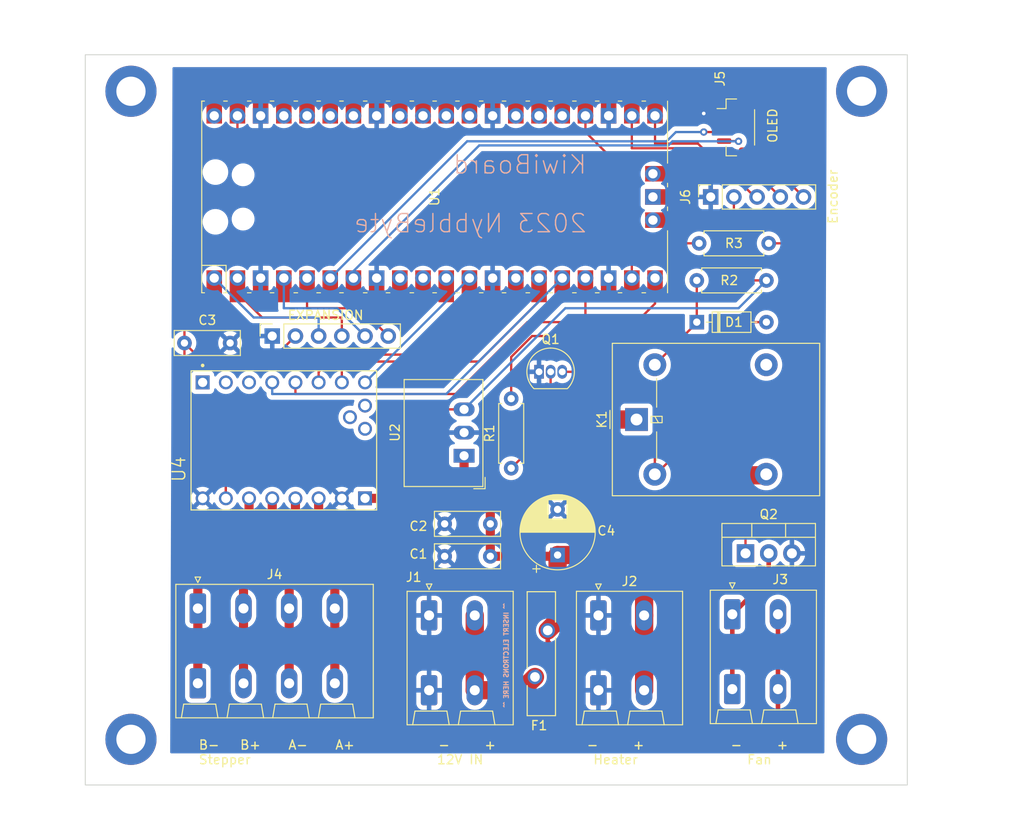
<source format=kicad_pcb>
(kicad_pcb (version 20221018) (generator pcbnew)
  (layers (0 "F.Cu" signal) (31 "B.Cu" signal) (34 "B.Paste" user) (35 "F.Paste" user) (36 "B.SilkS" user "B.Silkscreen") (37 "F.SilkS" user "F.Silkscreen") (38 "B.Mask" user) (39 "F.Mask" user) (44 "Edge.Cuts" user))
  (net 0 "")
  (net 19 "+12V")
  (net 20 "GND")
  (net 21 "Net-(D1-K)")
  (net 22 "Net-(D1-A)")
  (net 23 "HEATER_OUT")
  (net 25 "Net-(Q1-B)")
  (net 26 "Net-(Q2-B)")
  (net 27 "FAN_GND")
  (net 28 "HEATER_CTL")
  (net 29 "+3.3V")
  (net 30 "FAN_CTL")
  (net 31 "A+")
  (net 32 "A-")
  (net 33 "B+")
  (net 34 "B-")
  (net 35 "SDA")
  (net 36 "SLC")
  (net 37 "SCLK")
  (net 38 "MOSI")
  (net 39 "MISO")
  (net 40 "SS")
  (net 46 "MOTOR_EN")
  (net 47 "BTN")
  (net 48 "ENC1")
  (net 49 "ENC2")
  (net 50 "VCC")
  (net 51 "EXT1")
  (net 52 "EXT2")
  (net 53 "EXT3")
  (net 54 "EXT4")
  (footprint "Connector_Phoenix_SPT:PhoenixContact_SPT_2.5_2-H-5.0-EX_1x02_P5.0mm_Horizontal" (layer "F.Cu") (at 78.642 98.4225)
    (fp_text reference "J1" (at -1.68 -4.1885) (layer "F.SilkS"))
    (fp_text value "12V Power")
    (pad "1" thru_hole roundrect (at 0 0) (size 1.8 3.3) (drill 1.1) (layers "*.Cu" "*.Mask") (roundrect_rratio 0.1388888889) (net 20 "GND"))
    (pad "1" thru_hole roundrect (at 0 8.2) (size 1.8 3.3) (drill 1.1) (layers "*.Cu" "*.Mask") (roundrect_rratio 0.1388888889) (net 20 "GND"))
    (pad "2" thru_hole oval (at 5 0) (size 1.8 3.3) (drill 1.1) (layers "*.Cu" "*.Mask") (net 50 "VCC"))
    (pad "2" thru_hole oval (at 5 8.2) (size 1.8 3.3) (drill 1.1) (layers "*.Cu" "*.Mask") (net 50 "VCC"))
  )
  (footprint "Project Footprints:FUSRB510W81L1358T310H1980" (layer "F.Cu") (at 90.932 102.616 90)
    (fp_text reference "F1" (at -7.874 -0.254 180) (layer "F.SilkS") (effects (font (size 1.000803 1.000803))))
    (fp_text value "AGRF1000")
    (pad "1" thru_hole circle (at -2.55 -0.7 90) (size 1.59 1.59) (drill 1.06) (layers "*.Cu" "*.Mask") (net 50 "VCC"))
    (pad "2" thru_hole circle (at 2.55 0.7 90) (size 1.59 1.59) (drill 1.06) (layers "*.Cu" "*.Mask") (net 19 "+12V"))
  )
  (footprint "" (layer "F.Cu") (at 126 41)
    (fp_text reference "" (at 0 0) (layer "F.SilkS") (effects (font (size 1.27 1.27))))
    (fp_text value "" (at 0 0) (layer "F.SilkS") (effects (font (size 1.27 1.27))))
    (pad "1" thru_hole circle (at 0 0) (size 5.6 5.6) (drill 3.2) (layers "*.Cu" "*.Mask"))
  )
  (footprint "Package_TO_SOT_THT:TO-92_Inline" (layer "F.Cu") (at 90.678 71.734)
    (fp_text reference "Q1" (at 1.27 -3.56) (layer "F.SilkS"))
    (fp_text value "PN2222A")
    (pad "1" thru_hole rect (at 0 0) (size 1.05 1.5) (drill 0.75) (layers "*.Cu" "*.Mask") (net 20 "GND"))
    (pad "2" thru_hole oval (at 1.27 0) (size 1.05 1.5) (drill 0.75) (layers "*.Cu" "*.Mask") (net 25 "Net-(Q1-B)"))
    (pad "3" thru_hole oval (at 2.54 0) (size 1.05 1.5) (drill 0.75) (layers "*.Cu" "*.Mask") (net 22 "Net-(D1-A)"))
  )
  (footprint "" (layer "F.Cu") (at 46 41)
    (fp_text reference "" (at 0 0) (layer "F.SilkS") (effects (font (size 1.27 1.27))))
    (fp_text value "" (at 0 0) (layer "F.SilkS") (effects (font (size 1.27 1.27))))
    (pad "1" thru_hole circle (at 0 0) (size 5.6 5.6) (drill 3.2) (layers "*.Cu" "*.Mask"))
  )
  (footprint "Connector_JST:JST_SH_BM04B-SRSS-TB_1x04-1MP_P1.00mm_Vertical" (layer "F.Cu") (at 112.268 44.958 -90)
    (fp_text reference "J5" (at -5.334 1.778 90) (layer "F.SilkS"))
    (fp_text value "OLED")
    (pad "1" smd roundrect (at -1.5 1.325 270) (size 0.6 1.55) (layers "F.Cu" "F.Paste" "F.Mask") (net 20 "GND"))
    (pad "2" smd roundrect (at -0.5 1.325 270) (size 0.6 1.55) (layers "F.Cu" "F.Paste" "F.Mask") (net 29 "+3.3V"))
    (pad "3" smd roundrect (at 0.5 1.325 270) (size 0.6 1.55) (layers "F.Cu" "F.Paste" "F.Mask") (net 35 "SDA"))
    (pad "4" smd roundrect (at 1.5 1.325 270) (size 0.6 1.55) (layers "F.Cu" "F.Paste" "F.Mask") (net 36 "SLC"))
    (pad "MP" smd roundrect (at -2.8 -1.2 270) (size 1.2 1.8) (layers "F.Cu" "F.Paste" "F.Mask") (roundrect_rratio 0.2083333333))
    (pad "MP" smd roundrect (at 2.8 -1.2 270) (size 1.2 1.8) (layers "F.Cu" "F.Paste" "F.Mask") (roundrect_rratio 0.2083333333))
  )
  (footprint "Capacitor_THT:CP_Radial_D8.0mm_P5.00mm" (layer "F.Cu") (at 92.71 91.810651 90)
    (fp_text reference "C4" (at 2.656651 5.334 180) (layer "F.SilkS"))
    (fp_text value "100uf 60v")
    (pad "1" thru_hole rect (at 0 0 90) (size 1.6 1.6) (drill 0.8) (layers "*.Cu" "*.Mask") (net 19 "+12V"))
    (pad "2" thru_hole circle (at 5 0 90) (size 1.6 1.6) (drill 0.8) (layers "*.Cu" "*.Mask") (net 20 "GND"))
  )
  (footprint "Capacitor_THT:C_Disc_D7.0mm_W2.5mm_P5.00mm" (layer "F.Cu") (at 51.856 68.58)
    (fp_text reference "C3" (at 2.5 -2.5) (layer "F.SilkS"))
    (fp_text value "10uf")
    (pad "1" thru_hole circle (at 0 0) (size 1.6 1.6) (drill 0.8) (layers "*.Cu" "*.Mask") (net 29 "+3.3V"))
    (pad "2" thru_hole circle (at 5 0) (size 1.6 1.6) (drill 0.8) (layers "*.Cu" "*.Mask") (net 20 "GND"))
  )
  (footprint "Capacitor_THT:C_Disc_D7.0mm_W2.5mm_P5.00mm" (layer "F.Cu") (at 85.344 91.948 180)
    (fp_text reference "C1" (at 7.874 0.254) (layer "F.SilkS"))
    (fp_text value "10uf")
    (pad "1" thru_hole circle (at 0 0 180) (size 1.6 1.6) (drill 0.8) (layers "*.Cu" "*.Mask") (net 19 "+12V"))
    (pad "2" thru_hole circle (at 5 0 180) (size 1.6 1.6) (drill 0.8) (layers "*.Cu" "*.Mask") (net 20 "GND"))
  )
  (footprint "Package_TO_SOT_THT:TO-220-3_Vertical" (layer "F.Cu") (at 113.284 91.623)
    (fp_text reference "Q2" (at 2.54 -4.27) (layer "F.SilkS"))
    (fp_text value "TIP120")
    (pad "1" thru_hole rect (at 0 0) (size 1.905 2) (drill 1.1) (layers "*.Cu" "*.Mask") (net 26 "Net-(Q2-B)"))
    (pad "2" thru_hole oval (at 2.54 0) (size 1.905 2) (drill 1.1) (layers "*.Cu" "*.Mask") (net 27 "FAN_GND"))
    (pad "3" thru_hole oval (at 5.08 0) (size 1.905 2) (drill 1.1) (layers "*.Cu" "*.Mask") (net 20 "GND"))
  )
  (footprint "Capacitor_THT:C_Disc_D7.0mm_W2.5mm_P5.00mm" (layer "F.Cu") (at 85.344 88.392 180)
    (fp_text reference "C2" (at 7.874 -0.254) (layer "F.SilkS"))
    (fp_text value "10uf")
    (pad "1" thru_hole circle (at 0 0 180) (size 1.6 1.6) (drill 0.8) (layers "*.Cu" "*.Mask") (net 19 "+12V"))
    (pad "2" thru_hole circle (at 5 0 180) (size 1.6 1.6) (drill 0.8) (layers "*.Cu" "*.Mask") (net 20 "GND"))
  )
  (footprint "Resistor_THT:R_Axial_DIN0207_L6.3mm_D2.5mm_P7.62mm_Horizontal" (layer "F.Cu") (at 87.63 82.296 90)
    (fp_text reference "R1" (at 3.81 -2.37 90) (layer "F.SilkS"))
    (fp_text value "330")
    (pad "1" thru_hole circle (at 0 0 90) (size 1.6 1.6) (drill 0.8) (layers "*.Cu" "*.Mask") (net 25 "Net-(Q1-B)"))
    (pad "2" thru_hole oval (at 7.62 0 90) (size 1.6 1.6) (drill 0.8) (layers "*.Cu" "*.Mask") (net 28 "HEATER_CTL"))
  )
  (footprint "Diode_THT:D_DO-35_SOD27_P7.62mm_Horizontal" (layer "F.Cu") (at 107.95 66.294)
    (fp_text reference "D1" (at 4.064 0) (layer "F.SilkS"))
    (fp_text value "1N4148" hide)
    (pad "1" thru_hole rect (at 0 0) (size 1.6 1.6) (drill 0.8) (layers "*.Cu" "*.Mask") (net 21 "Net-(D1-K)"))
    (pad "2" thru_hole oval (at 7.62 0) (size 1.6 1.6) (drill 0.8) (layers "*.Cu" "*.Mask") (net 22 "Net-(D1-A)"))
  )
  (footprint "Connector_Phoenix_SPT:PhoenixContact_SPT_2.5_2-H-5.0-EX_1x02_P5.0mm_Horizontal" (layer "F.Cu") (at 111.84 98.298)
    (fp_text reference "J3" (at 5.254 -3.81) (layer "F.SilkS"))
    (fp_text value "Fan")
    (pad "1" thru_hole roundrect (at 0 0) (size 1.8 3.3) (drill 1.1) (layers "*.Cu" "*.Mask") (roundrect_rratio 0.1388888889) (net 27 "FAN_GND"))
    (pad "1" thru_hole roundrect (at 0 8.2) (size 1.8 3.3) (drill 1.1) (layers "*.Cu" "*.Mask") (roundrect_rratio 0.1388888889) (net 27 "FAN_GND"))
    (pad "2" thru_hole oval (at 5 0) (size 1.8 3.3) (drill 1.1) (layers "*.Cu" "*.Mask") (net 19 "+12V"))
    (pad "2" thru_hole oval (at 5 8.2) (size 1.8 3.3) (drill 1.1) (layers "*.Cu" "*.Mask") (net 19 "+12V"))
  )
  (footprint "Project Footprints:MODULE_TMC2208_SILENTSTEPSTICK" (layer "F.Cu") (at 62.738 79.248 90)
    (fp_text reference "U4" (at -3.155 -11.489 90) (layer "F.SilkS") (effects (font (size 1.4 1.4))))
    (fp_text value "TMC5160_SILENTSTEPSTICK" hide)
    (pad "JP1_1" thru_hole rect (at 6.35 -8.89 90) (size 1.524 1.524) (drill 1.016) (layers "*.Cu" "*.Mask"))
    (pad "JP1_2" thru_hole circle (at 6.35 -6.35 90) (size 1.524 1.524) (drill 1.016) (layers "*.Cu" "*.Mask"))
    (pad "JP1_3" thru_hole circle (at 6.35 -3.81 90) (size 1.524 1.524) (drill 1.016) (layers "*.Cu" "*.Mask"))
    (pad "JP1_4" thru_hole circle (at 6.35 -1.27 90) (size 1.524 1.524) (drill 1.016) (layers "*.Cu" "*.Mask") (net 39 "MISO"))
    (pad "JP1_5" thru_hole circle (at 6.35 1.27 90) (size 1.524 1.524) (drill 1.016) (layers "*.Cu" "*.Mask") (net 40 "SS"))
    (pad "JP1_6" thru_hole circle (at 6.35 3.81 90) (size 1.524 1.524) (drill 1.016) (layers "*.Cu" "*.Mask") (net 37 "SCLK"))
    (pad "JP1_7" thru_hole circle (at 6.35 6.35 90) (size 1.524 1.524) (drill 1.016) (layers "*.Cu" "*.Mask") (net 38 "MOSI"))
    (pad "JP1_8" thru_hole circle (at 6.35 8.89 90) (size 1.524 1.524) (drill 1.016) (layers "*.Cu" "*.Mask") (net 46 "MOTOR_EN"))
    (pad "JP2_1" thru_hole rect (at -6.35 8.89 90) (size 1.524 1.524) (drill 1.016) (layers "*.Cu" "*.Mask") (net 19 "+12V"))
    (pad "JP2_2" thru_hole circle (at -6.35 6.35 90) (size 1.524 1.524) (drill 1.016) (layers "*.Cu" "*.Mask") (net 20 "GND"))
    (pad "JP2_3" thru_hole circle (at -6.35 3.81 90) (size 1.524 1.524) (drill 1.016) (layers "*.Cu" "*.Mask") (net 31 "A+"))
    (pad "JP2_4" thru_hole circle (at -6.35 1.27 90) (size 1.524 1.524) (drill 1.016) (layers "*.Cu" "*.Mask") (net 32 "A-"))
    (pad "JP2_5" thru_hole circle (at -6.35 -1.27 90) (size 1.524 1.524) (drill 1.016) (layers "*.Cu" "*.Mask") (net 33 "B+"))
    (pad "JP2_6" thru_hole circle (at -6.35 -3.81 90) (size 1.524 1.524) (drill 1.016) (layers "*.Cu" "*.Mask") (net 34 "B-"))
    (pad "JP2_7" thru_hole circle (at -6.35 -6.35 90) (size 1.524 1.524) (drill 1.016) (layers "*.Cu" "*.Mask") (net 29 "+3.3V"))
    (pad "JP2_8" thru_hole circle (at -6.35 -8.89 90) (size 1.524 1.524) (drill 1.016) (layers "*.Cu" "*.Mask") (net 20 "GND"))
    (pad "JP3_1" thru_hole circle (at 1.27 8.89 90) (size 1.524 1.524) (drill 1.016) (layers "*.Cu" "*.Mask"))
    (pad "JP3_2" thru_hole circle (at 3.81 8.89 90) (size 1.524 1.524) (drill 1.016) (layers "*.Cu" "*.Mask"))
    (pad "VREF" thru_hole circle (at 2.54 7.239 90) (size 1.524 1.524) (drill 1.016) (layers "*.Cu" "*.Mask"))
  )
  (footprint "Resistor_THT:R_Axial_DIN0207_L6.3mm_D2.5mm_P7.62mm_Horizontal" (layer "F.Cu") (at 115.824 57.658 180)
    (fp_text reference "R3" (at 3.81 0) (layer "F.SilkS"))
    (fp_text value "330")
    (pad "1" thru_hole circle (at 0 0 180) (size 1.6 1.6) (drill 0.8) (layers "*.Cu" "*.Mask") (net 26 "Net-(Q2-B)"))
    (pad "2" thru_hole oval (at 7.62 0 180) (size 1.6 1.6) (drill 0.8) (layers "*.Cu" "*.Mask") (net 30 "FAN_CTL"))
  )
  (footprint "Raspberry Pi Pico:RPi_Pico_SMD_TH" (layer "F.Cu") (at 79.248 52.578 90)
    (fp_text reference "U1" (at 0 0 90) (layer "F.SilkS"))
    (fp_text value "Pico")
    (pad "" np_thru_hole oval (at -2.725 -24 90) (size 1.8 1.8) (drill 1.8) (layers "*.Cu" "*.Mask"))
    (pad "" np_thru_hole oval (at -2.425 -20.97 90) (size 1.5 1.5) (drill 1.5) (layers "*.Cu" "*.Mask"))
    (pad "" np_thru_hole oval (at 2.425 -20.97 90) (size 1.5 1.5) (drill 1.5) (layers "*.Cu" "*.Mask"))
    (pad "" np_thru_hole oval (at 2.725 -24 90) (size 1.8 1.8) (drill 1.8) (layers "*.Cu" "*.Mask"))
    (pad "1" thru_hole oval (at -8.89 -24.13 90) (size 1.7 1.7) (drill 1.02) (layers "*.Cu" "*.Mask") (net 51 "EXT1"))
    (pad "1" smd rect (at -8.89 -24.13 90) (size 3.5 1.7) (drill (offset -0.9 0)) (layers "F.Cu" "F.Mask") (net 51 "EXT1"))
    (pad "2" thru_hole oval (at -8.89 -21.59 90) (size 1.7 1.7) (drill 1.02) (layers "*.Cu" "*.Mask") (net 52 "EXT2"))
    (pad "2" smd rect (at -8.89 -21.59 90) (size 3.5 1.7) (drill (offset -0.9 0)) (layers "F.Cu" "F.Mask") (net 52 "EXT2"))
    (pad "3" thru_hole rect (at -8.89 -19.05 90) (size 1.7 1.7) (drill 1.02) (layers "*.Cu" "*.Mask") (net 20 "GND"))
    (pad "3" smd rect (at -8.89 -19.05 90) (size 3.5 1.7) (drill (offset -0.9 0)) (layers "F.Cu" "F.Mask") (net 20 "GND"))
    (pad "4" thru_hole oval (at -8.89 -16.51 90) (size 1.7 1.7) (drill 1.02) (layers "*.Cu" "*.Mask") (net 53 "EXT3"))
    (pad "4" smd rect (at -8.89 -16.51 90) (size 3.5 1.7) (drill (offset -0.9 0)) (layers "F.Cu" "F.Mask") (net 53 "EXT3"))
    (pad "5" thru_hole oval (at -8.89 -13.97 90) (size 1.7 1.7) (drill 1.02) (layers "*.Cu" "*.Mask") (net 54 "EXT4"))
    (pad "5" smd rect (at -8.89 -13.97 90) (size 3.5 1.7) (drill (offset -0.9 0)) (layers "F.Cu" "F.Mask") (net 54 "EXT4"))
    (pad "6" thru_hole oval (at -8.89 -11.43 90) (size 1.7 1.7) (drill 1.02) (layers "*.Cu" "*.Mask") (net 35 "SDA"))
    (pad "6" smd rect (at -8.89 -11.43 90) (size 3.5 1.7) (drill (offset -0.9 0)) (layers "F.Cu" "F.Mask") (net 35 "SDA"))
    (pad "7" thru_hole oval (at -8.89 -8.89 90) (size 1.7 1.7) (drill 1.02) (layers "*.Cu" "*.Mask") (net 36 "SLC"))
    (pad "7" smd rect (at -8.89 -8.89 90) (size 3.5 1.7) (drill (offset -0.9 0)) (layers "F.Cu" "F.Mask") (net 36 "SLC"))
    (pad "8" thru_hole rect (at -8.89 -6.35 90) (size 1.7 1.7) (drill 1.02) (layers "*.Cu" "*.Mask") (net 20 "GND"))
    (pad "8" smd rect (at -8.89 -6.35 90) (size 3.5 1.7) (drill (offset -0.9 0)) (layers "F.Cu" "F.Mask") (net 20 "GND"))
    (pad "9" thru_hole oval (at -8.89 -3.81 90) (size 1.7 1.7) (drill 1.02) (layers "*.Cu" "*.Mask"))
    (pad "9" smd rect (at -8.89 -3.81 90) (size 3.5 1.7) (drill (offset -0.9 0)) (layers "F.Cu" "F.Mask"))
    (pad "10" thru_hole oval (at -8.89 -1.27 90) (size 1.7 1.7) (drill 1.02) (layers "*.Cu" "*.Mask"))
    (pad "10" smd rect (at -8.89 -1.27 90) (size 3.5 1.7) (drill (offset -0.9 0)) (layers "F.Cu" "F.Mask"))
    (pad "11" thru_hole oval (at -8.89 1.27 90) (size 1.7 1.7) (drill 1.02) (layers "*.Cu" "*.Mask"))
    (pad "11" smd rect (at -8.89 1.27 90) (size 3.5 1.7) (drill (offset -0.9 0)) (layers "F.Cu" "F.Mask"))
    (pad "12" thru_hole oval (at -8.89 3.81 90) (size 1.7 1.7) (drill 1.02) (layers "*.Cu" "*.Mask") (net 46 "MOTOR_EN"))
    (pad "12" smd rect (at -8.89 3.81 90) (size 3.5 1.7) (drill (offset -0.9 0)) (layers "F.Cu" "F.Mask") (net 46 "MOTOR_EN"))
    (pad "13" thru_hole rect (at -8.89 6.35 90) (size 1.7 1.7) (drill 1.02) (layers "*.Cu" "*.Mask") (net 20 "GND"))
    (pad "13" smd rect (at -8.89 6.35 90) (size 3.5 1.7) (drill (offset -0.9 0)) (layers "F.Cu" "F.Mask") (net 20 "GND"))
    (pad "14" thru_hole oval (at -8.89 8.89 90) (size 1.7 1.7) (drill 1.02) (layers "*.Cu" "*.Mask") (net 37 "SCLK"))
    (pad "14" smd rect (at -8.89 8.89 90) (size 3.5 1.7) (drill (offset -0.9 0)) (layers "F.Cu" "F.Mask") (net 37 "SCLK"))
    (pad "15" thru_hole oval (at -8.89 11.43 90) (size 1.7 1.7) (drill 1.02) (layers "*.Cu" "*.Mask") (net 38 "MOSI"))
    (pad "15" smd rect (at -8.89 11.43 90) (size 3.5 1.7) (drill (offset -0.9 0)) (layers "F.Cu" "F.Mask") (net 38 "MOSI"))
    (pad "16" thru_hole oval (at -8.89 13.97 90) (size 1.7 1.7) (drill 1.02) (layers "*.Cu" "*.Mask") (net 39 "MISO"))
    (pad "16" smd rect (at -8.89 13.97 90) (size 3.5 1.7) (drill (offset -0.9 0)) (layers "F.Cu" "F.Mask") (net 39 "MISO"))
    (pad "17" thru_hole oval (at -8.89 16.51 90) (size 1.7 1.7) (drill 1.02) (layers "*.Cu" "*.Mask") (net 40 "SS"))
    (pad "17" smd rect (at -8.89 16.51 90) (size 3.5 1.7) (drill (offset -0.9 0)) (layers "F.Cu" "F.Mask") (net 40 "SS"))
    (pad "18" thru_hole rect (at -8.89 19.05 90) (size 1.7 1.7) (drill 1.02) (layers "*.Cu" "*.Mask") (net 20 "GND"))
    (pad "18" smd rect (at -8.89 19.05 90) (size 3.5 1.7) (drill (offset -0.9 0)) (layers "F.Cu" "F.Mask") (net 20 "GND"))
    (pad "19" thru_hole oval (at -8.89 21.59 90) (size 1.7 1.7) (drill 1.02) (layers "*.Cu" "*.Mask") (net 30 "FAN_CTL"))
    (pad "19" smd rect (at -8.89 21.59 90) (size 3.5 1.7) (drill (offset -0.9 0)) (layers "F.Cu" "F.Mask") (net 30 "FAN_CTL"))
    (pad "20" thru_hole oval (at -8.89 24.13 90) (size 1.7 1.7) (drill 1.02) (layers "*.Cu" "*.Mask") (net 28 "HEATER_CTL"))
    (pad "20" smd rect (at -8.89 24.13 90) (size 3.5 1.7) (drill (offset -0.9 0)) (layers "F.Cu" "F.Mask") (net 28 "HEATER_CTL"))
    (pad "21" thru_hole oval (at 8.89 24.13 90) (size 1.7 1.7) (drill 1.02) (layers "*.Cu" "*.Mask") (net 49 "ENC2"))
    (pad "21" smd rect (at 8.89 24.13 90) (size 3.5 1.7) (drill (offset 0.9 0)) (layers "F.Cu" "F.Mask") (net 49 "ENC2"))
    (pad "22" thru_hole oval (at 8.89 21.59 90) (size 1.7 1.7) (drill 1.02) (layers "*.Cu" "*.Mask") (net 48 "ENC1"))
    (pad "22" smd rect (at 8.89 21.59 90) (size 3.5 1.7) (drill (offset 0.9 0)) (layers "F.Cu" "F.Mask") (net 48 "ENC1"))
    (pad "23" thru_hole rect (at 8.89 19.05 90) (size 1.7 1.7) (drill 1.02) (layers "*.Cu" "*.Mask") (net 20 "GND"))
    (pad "23" smd rect (at 8.89 19.05 90) (size 3.5 1.7) (drill (offset 0.9 0)) (layers "F.Cu" "F.Mask") (net 20 "GND"))
    (pad "24" thru_hole oval (at 8.89 16.51 90) (size 1.7 1.7) (drill 1.02) (layers "*.Cu" "*.Mask") (net 47 "BTN"))
    (pad "24" smd rect (at 8.89 16.51 90) (size 3.5 1.7) (drill (offset 0.9 0)) (layers "F.Cu" "F.Mask") (net 47 "BTN"))
    (pad "25" thru_hole oval (at 8.89 13.97 90) (size 1.7 1.7) (drill 1.02) (layers "*.Cu" "*.Mask"))
    (pad "25" smd rect (at 8.89 13.97 90) (size 3.5 1.7) (drill (offset 0.9 0)) (layers "F.Cu" "F.Mask"))
    (pad "26" thru_hole oval (at 8.89 11.43 90) (size 1.7 1.7) (drill 1.02) (layers "*.Cu" "*.Mask"))
    (pad "26" smd rect (at 8.89 11.43 90) (size 3.5 1.7) (drill (offset 0.9 0)) (layers "F.Cu" "F.Mask"))
    (pad "27" thru_hole oval (at 8.89 8.89 90) (size 1.7 1.7) (drill 1.02) (layers "*.Cu" "*.Mask"))
    (pad "27" smd rect (at 8.89 8.89 90) (size 3.5 1.7) (drill (offset 0.9 0)) (layers "F.Cu" "F.Mask"))
    (pad "28" thru_hole rect (at 8.89 6.35 90) (size 1.7 1.7) (drill 1.02) (layers "*.Cu" "*.Mask") (net 20 "GND"))
    (pad "28" smd rect (at 8.89 6.35 90) (size 3.5 1.7) (drill (offset 0.9 0)) (layers "F.Cu" "F.Mask") (net 20 "GND"))
    (pad "29" thru_hole oval (at 8.89 3.81 90) (size 1.7 1.7) (drill 1.02) (layers "*.Cu" "*.Mask"))
    (pad "29" smd rect (at 8.89 3.81 90) (size 3.5 1.7) (drill (offset 0.9 0)) (layers "F.Cu" "F.Mask"))
    (pad "30" thru_hole oval (at 8.89 1.27 90) (size 1.7 1.7) (drill 1.02) (layers "*.Cu" "*.Mask"))
    (pad "30" smd rect (at 8.89 1.27 90) (size 3.5 1.7) (drill (offset 0.9 0)) (layers "F.Cu" "F.Mask"))
    (pad "31" thru_hole oval (at 8.89 -1.27 90) (size 1.7 1.7) (drill 1.02) (layers "*.Cu" "*.Mask"))
    (pad "31" smd rect (at 8.89 -1.27 90) (size 3.5 1.7) (drill (offset 0.9 0)) (layers "F.Cu" "F.Mask"))
    (pad "32" thru_hole oval (at 8.89 -3.81 90) (size 1.7 1.7) (drill 1.02) (layers "*.Cu" "*.Mask"))
    (pad "32" smd rect (at 8.89 -3.81 90) (size 3.5 1.7) (drill (offset 0.9 0)) (layers "F.Cu" "F.Mask"))
    (pad "33" thru_hole rect (at 8.89 -6.35 90) (size 1.7 1.7) (drill 1.02) (layers "*.Cu" "*.Mask") (net 20 "GND"))
    (pad "33" smd rect (at 8.89 -6.35 90) (size 3.5 1.7) (drill (offset 0.9 0)) (layers "F.Cu" "F.Mask") (net 20 "GND"))
    (pad "34" thru_hole oval (at 8.89 -8.89 90) (size 1.7 1.7) (drill 1.02) (layers "*.Cu" "*.Mask"))
    (pad "34" smd rect (at 8.89 -8.89 90) (size 3.5 1.7) (drill (offset 0.9 0)) (layers "F.Cu" "F.Mask"))
    (pad "35" thru_hole oval (at 8.89 -11.43 90) (size 1.7 1.7) (drill 1.02) (layers "*.Cu" "*.Mask"))
    (pad "35" smd rect (at 8.89 -11.43 90) (size 3.5 1.7) (drill (offset 0.9 0)) (layers "F.Cu" "F.Mask"))
    (pad "36" thru_hole oval (at 8.89 -13.97 90) (size 1.7 1.7) (drill 1.02) (layers "*.Cu" "*.Mask"))
    (pad "36" smd rect (at 8.89 -13.97 90) (size 3.5 1.7) (drill (offset 0.9 0)) (layers "F.Cu" "F.Mask"))
    (pad "37" thru_hole oval (at 8.89 -16.51 90) (size 1.7 1.7) (drill 1.02) (layers "*.Cu" "*.Mask"))
    (pad "37" smd rect (at 8.89 -16.51 90) (size 3.5 1.7) (drill (offset 0.9 0)) (layers "F.Cu" "F.Mask"))
    (pad "38" thru_hole rect (at 8.89 -19.05 90) (size 1.7 1.7) (drill 1.02) (layers "*.Cu" "*.Mask") (net 20 "GND"))
    (pad "38" smd rect (at 8.89 -19.05 90) (size 3.5 1.7) (drill (offset 0.9 0)) (layers "F.Cu" "F.Mask") (net 20 "GND"))
    (pad "39" thru_hole oval (at 8.89 -21.59 90) (size 1.7 1.7) (drill 1.02) (layers "*.Cu" "*.Mask") (net 29 "+3.3V"))
    (pad "39" smd rect (at 8.89 -21.59 90) (size 3.5 1.7) (drill (offset 0.9 0)) (layers "F.Cu" "F.Mask") (net 29 "+3.3V"))
    (pad "40" thru_hole oval (at 8.89 -24.13 90) (size 1.7 1.7) (drill 1.02) (layers "*.Cu" "*.Mask"))
    (pad "40" smd rect (at 8.89 -24.13 90) (size 3.5 1.7) (drill (offset 0.9 0)) (layers "F.Cu" "F.Mask"))
    (pad "41" thru_hole oval (at -2.54 23.9 90) (size 1.7 1.7) (drill 1.02) (layers "*.Cu" "*.Mask"))
    (pad "41" smd rect (at -2.54 23.9 180) (size 3.5 1.7) (drill (offset -0.9 0)) (layers "F.Cu" "F.Mask"))
    (pad "42" thru_hole rect (at 0 23.9 90) (size 1.7 1.7) (drill 1.02) (layers "*.Cu" "*.Mask"))
    (pad "42" smd rect (at 0 23.9 180) (size 3.5 1.7) (drill (offset -0.9 0)) (layers "F.Cu" "F.Mask"))
    (pad "43" thru_hole oval (at 2.54 23.9 90) (size 1.7 1.7) (drill 1.02) (layers "*.Cu" "*.Mask"))
    (pad "43" smd rect (at 2.54 23.9 180) (size 3.5 1.7) (drill (offset -0.9 0)) (layers "F.Cu" "F.Mask"))
  )
  (footprint "MountingHole:MountingHole_3.2mm_M3_DIN965_Pad" (layer "F.Cu") (at 46 112)
    (fp_text reference "REF**" hide)
    (fp_text value "MountingHole_3.2mm_M3_DIN965_Pad")
    (pad "1" thru_hole circle (at 0 0) (size 5.6 5.6) (drill 3.2) (layers "*.Cu" "*.Mask"))
  )
  (footprint "Connector_Phoenix_SPT:PhoenixContact_SPT_2.5_2-H-5.0-EX_1x02_P5.0mm_Horizontal" (layer "F.Cu") (at 97.184 98.4225)
    (fp_text reference "J2" (at 3.4 -3.73) (layer "F.SilkS"))
    (fp_text value "Heater")
    (pad "1" thru_hole roundrect (at 0 0) (size 1.8 3.3) (drill 1.1) (layers "*.Cu" "*.Mask") (roundrect_rratio 0.1388888889) (net 20 "GND"))
    (pad "1" thru_hole roundrect (at 0 8.2) (size 1.8 3.3) (drill 1.1) (layers "*.Cu" "*.Mask") (roundrect_rratio 0.1388888889) (net 20 "GND"))
    (pad "2" thru_hole oval (at 5 0) (size 1.8 3.3) (drill 1.1) (layers "*.Cu" "*.Mask") (net 23 "HEATER_OUT"))
    (pad "2" thru_hole oval (at 5 8.2) (size 1.8 3.3) (drill 1.1) (layers "*.Cu" "*.Mask") (net 23 "HEATER_OUT"))
  )
  (footprint "Connector_PinSocket_2.54mm:PinSocket_1x06_P2.54mm_Vertical" (layer "F.Cu") (at 61.468 67.818 90)
    (fp_text reference "EXPANSION" (at 2.286 5.842 180) (layer "F.SilkS"))
    (fp_text value "Expansion")
    (pad "1" thru_hole rect (at 0 0 90) (size 1.7 1.7) (drill 1) (layers "*.Cu" "*.Mask") (net 20 "GND"))
    (pad "2" thru_hole oval (at 0 2.54 90) (size 1.7 1.7) (drill 1) (layers "*.Cu" "*.Mask") (net 29 "+3.3V"))
    (pad "3" thru_hole oval (at 0 5.08 90) (size 1.7 1.7) (drill 1) (layers "*.Cu" "*.Mask") (net 51 "EXT1"))
    (pad "4" thru_hole oval (at 0 7.62 90) (size 1.7 1.7) (drill 1) (layers "*.Cu" "*.Mask") (net 52 "EXT2"))
    (pad "5" thru_hole oval (at 0 10.16 90) (size 1.7 1.7) (drill 1) (layers "*.Cu" "*.Mask") (net 53 "EXT3"))
    (pad "6" thru_hole oval (at 0 12.7 90) (size 1.7 1.7) (drill 1) (layers "*.Cu" "*.Mask") (net 54 "EXT4"))
  )
  (footprint "" (layer "F.Cu") (at 126 112)
    (fp_text reference "" (at 0 0) (layer "F.SilkS") (effects (font (size 1.27 1.27))))
    (fp_text value "" (at 0 0) (layer "F.SilkS") (effects (font (size 1.27 1.27))))
    (pad "1" thru_hole circle (at 0 0) (size 5.6 5.6) (drill 3.2) (layers "*.Cu" "*.Mask"))
  )
  (footprint "Connector_PinSocket_2.54mm:PinSocket_1x05_P2.54mm_Vertical" (layer "F.Cu") (at 109.474 52.578 90)
    (fp_text reference "J6" (at 0 -2.77 90) (layer "F.SilkS"))
    (fp_text value "Encoder Connector" hide)
    (pad "1" thru_hole rect (at 0 0 90) (size 1.7 1.7) (drill 1) (layers "*.Cu" "*.Mask") (net 20 "GND"))
    (pad "2" thru_hole oval (at 0 2.54 90) (size 1.7 1.7) (drill 1) (layers "*.Cu" "*.Mask") (net 29 "+3.3V"))
    (pad "3" thru_hole oval (at 0 5.08 90) (size 1.7 1.7) (drill 1) (layers "*.Cu" "*.Mask") (net 47 "BTN"))
    (pad "4" thru_hole oval (at 0 7.62 90) (size 1.7 1.7) (drill 1) (layers "*.Cu" "*.Mask") (net 48 "ENC1"))
    (pad "5" thru_hole oval (at 0 10.16 90) (size 1.7 1.7) (drill 1) (layers "*.Cu" "*.Mask") (net 49 "ENC2"))
  )
  (footprint "Library:PhoenixContact_LPT_2.5_4-H-5.0_1x04_P5.0mm_Horizontal" (layer "F.Cu") (at 53.322 97.6605)
    (fp_text reference "J4" (at 8.4 -3.73) (layer "F.SilkS"))
    (fp_text value "Motor Connector")
    (pad "1" thru_hole roundrect (at 0 0) (size 1.8 3.3) (drill 1.1) (layers "*.Cu" "*.Mask") (roundrect_rratio 0.1388888889) (net 34 "B-"))
    (pad "1" thru_hole roundrect (at 0 8.2) (size 1.8 3.3) (drill 1.1) (layers "*.Cu" "*.Mask") (roundrect_rratio 0.1388888889) (net 34 "B-"))
    (pad "2" thru_hole oval (at 5 0) (size 1.8 3.3) (drill 1.1) (layers "*.Cu" "*.Mask") (net 33 "B+"))
    (pad "2" thru_hole oval (at 5 8.2) (size 1.8 3.3) (drill 1.1) (layers "*.Cu" "*.Mask") (net 33 "B+"))
    (pad "3" thru_hole oval (at 10 0) (size 1.8 3.3) (drill 1.1) (layers "*.Cu" "*.Mask") (net 32 "A-"))
    (pad "3" thru_hole oval (at 10 8.2) (size 1.8 3.3) (drill 1.1) (layers "*.Cu" "*.Mask") (net 32 "A-"))
    (pad "4" thru_hole oval (at 15 0) (size 1.8 3.3) (drill 1.1) (layers "*.Cu" "*.Mask") (net 31 "A+"))
    (pad "4" thru_hole oval (at 15 8.2) (size 1.8 3.3) (drill 1.1) (layers "*.Cu" "*.Mask") (net 31 "A+"))
  )
  (footprint "Converter_DCDC:Converter_DCDC_RECOM_R-78E-0.5_THT" (layer "F.Cu") (at 82.4715 80.933 90)
    (fp_text reference "U2" (at 2.54 -7.56 90) (layer "F.SilkS"))
    (fp_text value "N7803-1PV")
    (pad "1" thru_hole rect (at 0 0 90) (size 1.5 2.3) (drill 1) (layers "*.Cu" "*.Mask") (net 19 "+12V"))
    (pad "2" thru_hole oval (at 2.54 0 90) (size 1.5 2.3) (drill 1) (layers "*.Cu" "*.Mask") (net 20 "GND"))
    (pad "3" thru_hole oval (at 5.08 0 90) (size 1.5 2.3) (drill 1) (layers "*.Cu" "*.Mask") (net 29 "+3.3V"))
  )
  (footprint "Relay_THT:Relay_SPDT_Omron-G5LE-1" (layer "F.Cu") (at 101.3545 76.962 90)
    (fp_text reference "K1" (at 0 -3.8 90) (layer "F.SilkS"))
    (fp_text value "G5LE-14 DC3")
    (pad "1" thru_hole rect (at 0 0 90) (size 2.5 2.5) (drill 1.3) (layers "*.Cu" "*.Mask") (net 19 "+12V"))
    (pad "2" thru_hole oval (at -6 2 90) (size 2.5 2.5) (drill 1.3) (layers "*.Cu" "*.Mask") (net 22 "Net-(D1-A)"))
    (pad "3" thru_hole oval (at -6 14.2 90) (size 2.5 2.5) (drill 1.3) (layers "*.Cu" "*.Mask") (net 23 "HEATER_OUT"))
    (pad "4" thru_hole oval (at 6 14.2 90) (size 2.5 2.5) (drill 1.3) (layers "*.Cu" "*.Mask"))
    (pad "5" thru_hole oval (at 6 2 90) (size 2.5 2.5) (drill 1.3) (layers "*.Cu" "*.Mask") (net 21 "Net-(D1-K)"))
  )
  (footprint "Resistor_THT:R_Axial_DIN0207_L6.3mm_D2.5mm_P7.62mm_Horizontal" (layer "F.Cu") (at 115.57 61.722 180)
    (fp_text reference "R2" (at 4.064 0) (layer "F.SilkS"))
    (fp_text value "10OHM-1/10W-5%" hide)
    (pad "1" thru_hole circle (at 0 0 180) (size 1.6 1.6) (drill 0.8) (layers "*.Cu" "*.Mask") (net 29 "+3.3V"))
    (pad "2" thru_hole oval (at 7.62 0 180) (size 1.6 1.6) (drill 0.8) (layers "*.Cu" "*.Mask") (net 21 "Net-(D1-K)"))
  )
  (gr_rect (start 41 37) (end 131 117) (stroke (width 0.1)) (fill none) (layer "Edge.Cuts"))
  (gr_text "^^ INSERT ELECTRONS HERE ^^" (at 87.376 97.028 90) (layer "B.SilkS") (effects (font (size 0.5 0.5) (thickness 0.125)) (justify left bottom mirror)))
  (gr_text "KiwiBoard\n\n2023 NybbleByte" (at 96.012 56.642) (layer "B.SilkS") (effects (font (size 2 2)) (justify left bottom mirror)))
  (gr_text "Encoder" (at 123.444 55.626 90) (layer "F.SilkS") (effects (font (size 1 1)) (justify left bottom)))
  (gr_text "-     +\nFan" (at 114.808 114.808) (layer "F.SilkS") (effects (font (size 1 1)) (justify bottom)))
  (gr_text "B-   B+    A-    A+\nStepper " (at 53.34 114.808) (layer "F.SilkS") (effects (font (size 1 1)) (justify left bottom)))
  (gr_text "OLED" (at 116.84 46.736 90) (layer "F.SilkS") (effects (font (size 1 1)) (justify left bottom)))
  (gr_text "-     +\nHeater" (at 99.06 114.808) (layer "F.SilkS") (effects (font (size 1 1)) (justify bottom)))
  (gr_text "-     +\n12V IN  " (at 82.804 114.808) (layer "F.SilkS") (effects (font (size 1 1)) (justify bottom)))
  (segment (start 82.4715 85.598) (end 85.09 85.598) (width 1) (layer "F.Cu") (net 19))
  (segment (start 116.84 98.298) (end 116.84 106.498) (width 0.5) (layer "F.Cu") (net 19))
  (segment (start 92.572651 91.948) (end 92.71 91.810651) (width 0.8) (layer "F.Cu") (net 19))
  (segment (start 93.472 109.728) (end 93.472 103.124) (width 0.5) (layer "F.Cu") (net 19))
  (segment (start 85.344 85.852) (end 85.344 88.392) (width 1) (layer "F.Cu") (net 19))
  (segment (start 97.282 91.810651) (end 97.282 76.962) (width 2) (layer "F.Cu") (net 19))
  (segment (start 92.71 91.810651) (end 97.282 91.810651) (width 2) (layer "F.Cu") (net 19))
  (segment (start 91.632 100.066) (end 92.71 98.988) (width 2) (layer "F.Cu") (net 19))
  (segment (start 97.282 76.962) (end 101.3545 76.962) (width 2) (layer "F.Cu") (net 19))
  (segment (start 71.628 85.598) (end 82.4715 85.598) (width 1) (layer "F.Cu") (net 19))
  (segment (start 85.09 85.598) (end 85.344 85.852) (width 1) (layer "F.Cu") (net 19))
  (segment (start 85.344 91.948) (end 92.572651 91.948) (width 1) (layer "F.Cu") (net 19))
  (segment (start 91.632 101.284) (end 91.632 100.066) (width 0.5) (layer "F.Cu") (net 19))
  (segment (start 93.472 103.124) (end 91.632 101.284) (width 0.5) (layer "F.Cu") (net 19))
  (segment (start 85.344 91.948) (end 85.344 88.392) (width 1) (layer "F.Cu") (net 19))
  (segment (start 82.4715 85.598) (end 82.4715 80.933) (width 1) (layer "F.Cu") (net 19))
  (segment (start 116.84 109.728) (end 93.472 109.728) (width 0.5) (layer "F.Cu") (net 19))
  (segment (start 92.71 98.988) (end 92.71 91.810651) (width 2) (layer "F.Cu") (net 19))
  (segment (start 116.84 106.498) (end 116.84 109.728) (width 0.5) (layer "F.Cu") (net 19))
  (segment (start 108.736 43.458) (end 110.943 43.458) (width 0.25) (layer "F.Cu") (net 20))
  (segment (start 108.712 43.434) (end 108.736 43.458) (width 0.25) (layer "F.Cu") (net 20))
  (via (at 108.712 43.434) (size 0.8) (drill 0.4) (layers "F.Cu" "B.Cu") (net 20))
  (segment (start 107.95 66.294) (end 107.95 66.3665) (width 0.25) (layer "F.Cu") (net 21))
  (segment (start 107.95 61.722) (end 107.95 66.294) (width 0.25) (layer "F.Cu") (net 21))
  (segment (start 107.95 66.3665) (end 103.3545 70.962) (width 0.25) (layer "F.Cu") (net 21))
  (segment (start 103.3545 82.962) (end 103.474 82.962) (width 0.25) (layer "F.Cu") (net 22))
  (segment (start 103.3545 74.6525) (end 103.3545 82.962) (width 0.25) (layer "F.Cu") (net 22))
  (segment (start 112.776 66.294) (end 115.57 66.294) (width 0.25) (layer "F.Cu") (net 22))
  (segment (start 100.436 71.734) (end 103.3545 74.6525) (width 0.25) (layer "F.Cu") (net 22))
  (segment (start 103.474 82.962) (end 112.776 73.66) (width 0.25) (layer "F.Cu") (net 22))
  (segment (start 93.218 71.734) (end 100.436 71.734) (width 0.25) (layer "F.Cu") (net 22))
  (segment (start 112.776 73.66) (end 112.776 66.294) (width 0.25) (layer "F.Cu") (net 22))
  (segment (start 115.5545 83.0735) (end 115.5545 82.962) (width 0.8) (layer "F.Cu") (net 23))
  (segment (start 102.184 98.4225) (end 102.184 106.6225) (width 2) (layer "F.Cu") (net 23))
  (segment (start 102.184 98.4225) (end 102.184 92.634) (width 2) (layer "F.Cu") (net 23))
  (segment (start 111.7445 83.0735) (end 115.5545 83.0735) (width 2) (layer "F.Cu") (net 23))
  (segment (start 102.184 92.634) (end 111.7445 83.0735) (width 2) (layer "F.Cu") (net 23))
  (segment (start 91.948 77.978) (end 91.948 71.734) (width 0.25) (layer "F.Cu") (net 25))
  (segment (start 87.63 82.296) (end 91.948 77.978) (width 0.25) (layer "F.Cu") (net 25))
  (segment (start 119.38 87.122) (end 113.284 87.122) (width 0.25) (layer "F.Cu") (net 26))
  (segment (start 115.824 57.658) (end 117.348 57.658) (width 0.25) (layer "F.Cu") (net 26))
  (segment (start 117.348 57.658) (end 119.38 59.69) (width 0.25) (layer "F.Cu") (net 26))
  (segment (start 119.38 59.69) (end 119.38 87.122) (width 0.25) (layer "F.Cu") (net 26))
  (segment (start 113.284 87.122) (end 113.284 91.623) (width 0.25) (layer "F.Cu") (net 26))
  (segment (start 111.84 106.498) (end 111.84 98.298) (width 0.5) (layer "F.Cu") (net 27))
  (segment (start 115.824 94.314) (end 111.84 98.298) (width 0.5) (layer "F.Cu") (net 27))
  (segment (start 115.824 91.623) (end 115.824 94.314) (width 0.5) (layer "F.Cu") (net 27))
  (segment (start 89.916 67.818) (end 87.63 70.104) (width 0.25) (layer "F.Cu") (net 28))
  (segment (start 103.378 61.468) (end 103.378 64.262) (width 0.25) (layer "F.Cu") (net 28))
  (segment (start 87.63 70.104) (end 87.63 74.676) (width 0.25) (layer "F.Cu") (net 28))
  (segment (start 99.822 67.818) (end 89.916 67.818) (width 0.25) (layer "F.Cu") (net 28))
  (segment (start 103.378 64.262) (end 99.822 67.818) (width 0.25) (layer "F.Cu") (net 28))
  (segment (start 82.4715 75.853) (end 80.611 75.853) (width 0.25) (layer "F.Cu") (net 29))
  (segment (start 112.014 55.118) (end 112.014 52.578) (width 0.25) (layer "F.Cu") (net 29))
  (segment (start 75.081304 81.382696) (end 56.539304 81.382696) (width 0.25) (layer "F.Cu") (net 29))
  (segment (start 80.611 75.853) (end 75.081304 81.382696) (width 0.25) (layer "F.Cu") (net 29))
  (segment (start 64.008 67.818) (end 61.722 70.104) (width 0.25) (layer "F.Cu") (net 29))
  (segment (start 61.722 70.104) (end 53.38 70.104) (width 0.25) (layer "F.Cu") (net 29))
  (segment (start 51.856 48.474) (end 52.07 48.26) (width 0.25) (layer "F.Cu") (net 29))
  (segment (start 56.539304 81.382696) (end 56.388 81.534) (width 0.25) (layer "F.Cu") (net 29))
  (segment (start 121.666 50.8) (end 115.316 44.45) (width 0.25) (layer "F.Cu") (net 29))
  (segment (start 51.856 68.58) (end 51.856 76.699392) (width 0.25) (layer "F.Cu") (net 29))
  (segment (start 56.388 81.231392) (end 56.388 85.598) (width 0.25) (layer "F.Cu") (net 29))
  (segment (start 115.316 44.45) (end 110.951 44.45) (width 0.25) (layer "F.Cu") (net 29))
  (segment (start 112.014 55.118) (end 121.666 55.118) (width 0.25) (layer "F.Cu") (net 29))
  (segment (start 51.856 68.58) (end 51.856 48.474) (width 0.25) (layer "F.Cu") (net 29))
  (segment (start 51.856 76.699392) (end 56.388 81.231392) (width 0.25) (layer "F.Cu") (net 29))
  (segment (start 112.014 61.722) (end 112.014 55.118) (width 0.25) (layer "F.Cu") (net 29))
  (segment (start 52.07 48.26) (end 57.658 48.26) (width 0.25) (layer "F.Cu") (net 29))
  (segment (start 57.658 48.26) (end 57.658 43.688) (width 0.25) (layer "F.Cu") (net 29))
  (segment (start 121.666 55.118) (end 121.666 50.8) (width 0.25) (layer "F.Cu") (net 29))
  (segment (start 53.38 70.104) (end 51.856 68.58) (width 0.25) (layer "F.Cu") (net 29))
  (segment (start 115.57 61.722) (end 112.014 61.722) (width 0.25) (layer "F.Cu") (net 29))
  (segment (start 110.951 44.45) (end 110.943 44.458) (width 0.25) (layer "F.Cu") (net 29))
  (segment (start 56.388 81.534) (end 56.388 85.598) (width 0.25) (layer "F.Cu") (net 29))
  (segment (start 93.5545 64.77) (end 112.522 64.77) (width 0.25) (layer "B.Cu") (net 29))
  (segment (start 82.4715 75.853) (end 93.5545 64.77) (width 0.25) (layer "B.Cu") (net 29))
  (segment (start 112.522 64.77) (end 115.57 61.722) (width 0.25) (layer "B.Cu") (net 29))
  (segment (start 103.124 57.658) (end 108.204 57.658) (width 0.25) (layer "F.Cu") (net 30))
  (segment (start 100.838 61.468) (end 100.838 59.944) (width 0.25) (layer "F.Cu") (net 30))
  (segment (start 100.838 59.944) (end 103.124 57.658) (width 0.25) (layer "F.Cu") (net 30))
  (segment (start 68.322 92.968) (end 68.322 97.6605) (width 1) (layer "F.Cu") (net 31))
  (segment (start 68.322 97.6605) (end 68.322 105.8605) (width 1) (layer "F.Cu") (net 31))
  (segment (start 66.548 85.598) (end 66.548 91.186) (width 1) (layer "F.Cu") (net 31))
  (segment (start 68.326 92.964) (end 68.322 92.968) (width 1) (layer "F.Cu") (net 31))
  (segment (start 66.548 91.186) (end 68.326 92.964) (width 1) (layer "F.Cu") (net 31))
  (segment (start 64.008 92.964) (end 63.322 93.65) (width 1) (layer "F.Cu") (net 32))
  (segment (start 64.008 85.598) (end 64.008 92.964) (width 1) (layer "F.Cu") (net 32))
  (segment (start 63.322 93.65) (end 63.322 97.6605) (width 1) (layer "F.Cu") (net 32))
  (segment (start 63.322 97.6605) (end 63.322 105.8605) (width 1) (layer "F.Cu") (net 32))
  (segment (start 58.322 95.094) (end 58.322 97.6605) (width 1) (layer "F.Cu") (net 33))
  (segment (start 58.322 97.6605) (end 58.322 105.8605) (width 1) (layer "F.Cu") (net 33))
  (segment (start 61.468 85.598) (end 61.468 91.948) (width 1) (layer "F.Cu") (net 33))
  (segment (start 61.468 91.948) (end 58.322 95.094) (width 1) (layer "F.Cu") (net 33))
  (segment (start 53.322 97.6605) (end 53.322 105.8605) (width 1) (layer "F.Cu") (net 34))
  (segment (start 58.928 85.598) (end 58.928 89.662) (width 1) (layer "F.Cu") (net 34))
  (segment (start 53.322 95.268) (end 53.322 97.6605) (width 1) (layer "F.Cu") (net 34))
  (segment (start 58.928 89.662) (end 53.322 95.268) (width 1) (layer "F.Cu") (net 34))
  (segment (start 108.712 45.466) (end 110.935 45.466) (width 0.25) (layer "F.Cu") (net 35))
  (segment (start 110.935 45.466) (end 110.943 45.458) (width 0.25) (layer "F.Cu") (net 35))
  (via (at 108.712 45.466) (size 0.8) (drill 0.4) (layers "F.Cu" "B.Cu") (net 35))
  (segment (start 104.648 46.482) (end 82.804 46.482) (width 0.25) (layer "B.Cu") (net 35))
  (segment (start 82.804 46.482) (end 67.818 61.468) (width 0.25) (layer "B.Cu") (net 35))
  (segment (start 105.664 45.466) (end 104.648 46.482) (width 0.25) (layer "B.Cu") (net 35))
  (segment (start 108.712 45.466) (end 105.664 45.466) (width 0.25) (layer "B.Cu") (net 35))
  (segment (start 110.943 46.458) (end 112.498 46.458) (width 0.25) (layer "F.Cu") (net 36))
  (segment (start 110.771 46.286) (end 110.943 46.458) (width 0.25) (layer "F.Cu") (net 36))
  (segment (start 112.498 46.458) (end 112.522 46.482) (width 0.25) (layer "F.Cu") (net 36))
  (via (at 112.522 46.482) (size 0.8) (drill 0.4) (layers "F.Cu" "B.Cu") (net 36))
  (segment (start 104.834396 46.932) (end 105.284396 46.482) (width 0.25) (layer "B.Cu") (net 36))
  (segment (start 84.132 46.932) (end 104.834396 46.932) (width 0.25) (layer "B.Cu") (net 36))
  (segment (start 105.284396 46.482) (end 112.522 46.482) (width 0.25) (layer "B.Cu") (net 36))
  (segment (start 70.358 60.706) (end 84.132 46.932) (width 0.25) (layer "B.Cu") (net 36))
  (segment (start 70.358 61.468) (end 70.358 60.706) (width 0.25) (layer "B.Cu") (net 36))
  (segment (start 88.138 61.468) (end 88.138 64.516) (width 0.25) (layer "F.Cu") (net 37))
  (segment (start 66.548 71.755) (end 66.548 72.898) (width 0.25) (layer "F.Cu") (net 37))
  (segment (start 82.804 69.85) (end 68.453 69.85) (width 0.25) (layer "F.Cu") (net 37))
  (segment (start 68.453 69.85) (end 66.548 71.755) (width 0.25) (layer "F.Cu") (net 37))
  (segment (start 88.138 64.516) (end 82.804 69.85) (width 0.25) (layer "F.Cu") (net 37))
  (segment (start 84.074 70.612) (end 90.678 64.008) (width 0.25) (layer "F.Cu") (net 38))
  (segment (start 90.678 64.008) (end 90.678 61.468) (width 0.25) (layer "F.Cu") (net 38))
  (segment (start 70.104 70.612) (end 84.074 70.612) (width 0.25) (layer "F.Cu") (net 38))
  (segment (start 69.088 71.628) (end 70.104 70.612) (width 0.25) (layer "F.Cu") (net 38))
  (segment (start 69.088 72.898) (end 69.088 71.628) (width 0.25) (layer "F.Cu") (net 38))
  (segment (start 61.468 72.898) (end 61.468 74.168) (width 0.25) (layer "B.Cu") (net 39))
  (segment (start 61.468 74.168) (end 80.518 74.168) (width 0.25) (layer "B.Cu") (net 39))
  (segment (start 80.518 74.168) (end 93.218 61.468) (width 0.25) (layer "B.Cu") (net 39))
  (segment (start 95.758 61.468) (end 95.758 66.04) (width 0.25) (layer "F.Cu") (net 40))
  (segment (start 95.504 66.294) (end 89.408 66.294) (width 0.25) (layer "F.Cu") (net 40))
  (segment (start 81.534 74.168) (end 64.008 74.168) (width 0.25) (layer "F.Cu") (net 40))
  (segment (start 64.008 74.168) (end 64.008 72.898) (width 0.25) (layer "F.Cu") (net 40))
  (segment (start 95.758 66.04) (end 95.504 66.294) (width 0.25) (layer "F.Cu") (net 40))
  (segment (start 89.408 66.294) (end 81.534 74.168) (width 0.25) (layer "F.Cu") (net 40))
  (segment (start 83.058 61.468) (end 71.628 72.898) (width 0.25) (layer "B.Cu") (net 46))
  (segment (start 95.758 41.402) (end 95.758 43.688) (width 0.25) (layer "F.Cu") (net 47))
  (segment (start 112.268 50.546) (end 110.618396 50.546) (width 0.25) (layer "F.Cu") (net 47))
  (segment (start 107.824396 47.752) (end 98.044 47.752) (width 0.25) (layer "F.Cu") (net 47))
  (segment (start 95.758 45.466) (end 95.758 43.688) (width 0.25) (layer "F.Cu") (net 47))
  (segment (start 110.618396 50.546) (end 107.824396 47.752) (width 0.25) (layer "F.Cu") (net 47))
  (segment (start 114.3 52.578) (end 112.268 50.546) (width 0.25) (layer "F.Cu") (net 47))
  (segment (start 114.554 52.578) (end 114.3 52.578) (width 0.25) (layer "F.Cu") (net 47))
  (segment (start 98.044 47.752) (end 95.758 45.466) (width 0.25) (layer "F.Cu") (net 47))
  (segment (start 100.838 47.244) (end 100.838 43.688) (width 0.25) (layer "F.Cu") (net 48))
  (segment (start 114.554 50.038) (end 110.746792 50.038) (width 0.25) (layer "F.Cu") (net 48))
  (segment (start 117.094 52.578) (end 114.554 50.038) (width 0.25) (layer "F.Cu") (net 48))
  (segment (start 110.746792 50.038) (end 107.952792 47.244) (width 0.25) (layer "F.Cu") (net 48))
  (segment (start 107.952792 47.244) (end 100.838 47.244) (width 0.25) (layer "F.Cu") (net 48))
  (segment (start 108.081188 46.736) (end 103.378 46.736) (width 0.25) (layer "F.Cu") (net 49))
  (segment (start 116.586 49.53) (end 110.875188 49.53) (width 0.25) (layer "F.Cu") (net 49))
  (segment (start 103.378 46.736) (end 103.378 43.688) (width 0.25) (layer "F.Cu") (net 49))
  (segment (start 119.634 52.578) (end 116.586 49.53) (width 0.25) (layer "F.Cu") (net 49))
  (segment (start 110.875188 49.53) (end 108.081188 46.736) (width 0.25) (layer "F.Cu") (net 49))
  (segment (start 83.642 106.6225) (end 88.7755 106.6225) (width 2) (layer "F.Cu") (net 50))
  (segment (start 88.7755 106.6225) (end 90.232 105.166) (width 2) (layer "F.Cu") (net 50))
  (segment (start 83.642 106.6225) (end 83.642 98.4225) (width 2) (layer "F.Cu") (net 50))
  (segment (start 59.436 65.786) (end 66.548 65.786) (width 0.25) (layer "B.Cu") (net 51))
  (segment (start 66.548 65.786) (end 66.548 67.818) (width 0.25) (layer "B.Cu") (net 51))
  (segment (start 55.118 61.468) (end 59.436 65.786) (width 0.25) (layer "B.Cu") (net 51))
  (segment (start 69.088 65.786) (end 69.088 67.818) (width 0.25) (layer "F.Cu") (net 52))
  (segment (start 57.658 61.468) (end 57.658 63.078) (width 0.25) (layer "F.Cu") (net 52))
  (segment (start 60.366 65.786) (end 69.088 65.786) (width 0.25) (layer "F.Cu") (net 52))
  (segment (start 57.658 63.078) (end 60.366 65.786) (width 0.25) (layer "F.Cu") (net 52))
  (segment (start 71.628 67.818) (end 68.58 64.77) (width 0.25) (layer "B.Cu") (net 53))
  (segment (start 68.58 64.77) (end 62.738 64.77) (width 0.25) (layer "B.Cu") (net 53))
  (segment (start 62.738 64.77) (end 62.738 61.468) (width 0.25) (layer "B.Cu") (net 53))
  (segment (start 65.278 64.77) (end 71.12 64.77) (width 0.25) (layer "F.Cu") (net 54))
  (segment (start 65.278 61.468) (end 65.278 64.77) (width 0.25) (layer "F.Cu") (net 54))
  (segment (start 71.12 64.77) (end 74.168 67.818) (width 0.25) (layer "F.Cu") (net 54))
  (zone (net 20) (net_name "GND") (layer "B.Cu") (connect_pads (clearance 0.5)) (min_thickness 0.25) (fill yes (thermal_gap 0.5) (thermal_bridge_width 0.5))
    (polygon (pts (xy 50.546 38.354) (xy 50.292 113.538) (xy 121.92 113.538) (xy 122.174 38.354)))
  )
)
</source>
